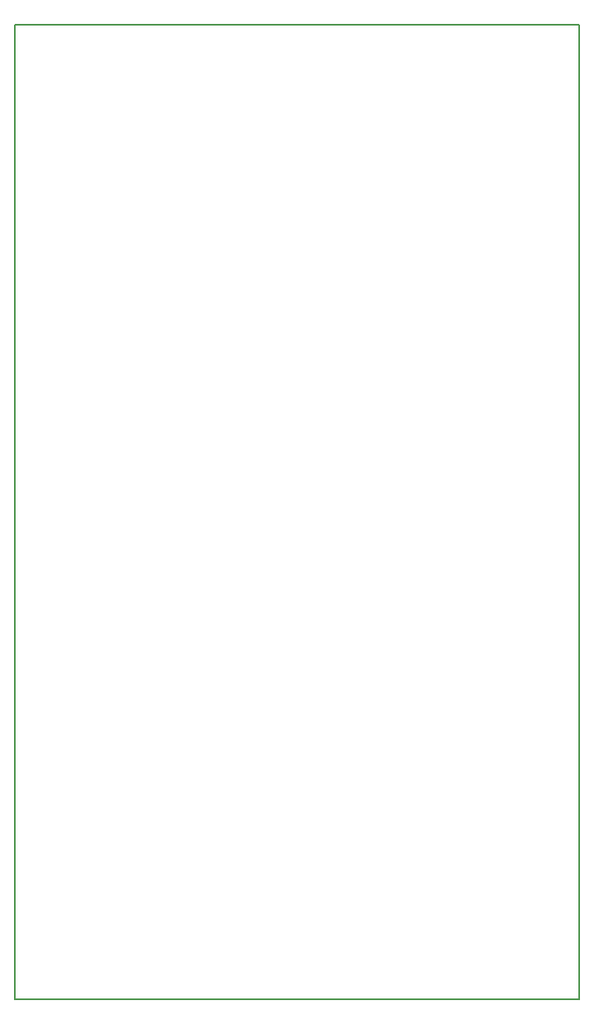
<source format=gbr>
G04 #@! TF.FileFunction,Profile,NP*
%FSLAX46Y46*%
G04 Gerber Fmt 4.6, Leading zero omitted, Abs format (unit mm)*
G04 Created by KiCad (PCBNEW 4.0.7) date 04/16/18 09:07:38*
%MOMM*%
%LPD*%
G01*
G04 APERTURE LIST*
%ADD10C,0.100000*%
%ADD11C,0.150000*%
G04 APERTURE END LIST*
D10*
D11*
X0Y-100000000D02*
X0Y0D01*
X58000000Y-100000000D02*
X0Y-100000000D01*
X58000000Y0D02*
X58000000Y-100000000D01*
X0Y0D02*
X58000000Y0D01*
M02*

</source>
